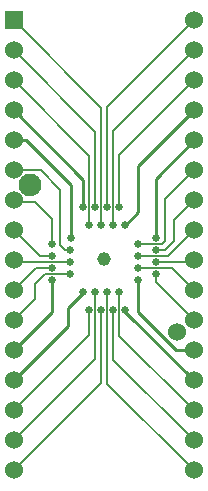
<source format=gbr>
G04 start of page 2 for group 0 idx 0 *
G04 Title: (unknown), top *
G04 Creator: pcb 1.99z *
G04 CreationDate: Fri Sep 27 15:24:46 2013 UTC *
G04 For: tim *
G04 Format: Gerber/RS-274X *
G04 PCB-Dimensions (mil): 810.00 1660.00 *
G04 PCB-Coordinate-Origin: lower left *
%MOIN*%
%FSLAX25Y25*%
%LNTOP*%
%ADD22C,0.0500*%
%ADD21C,0.0360*%
%ADD20C,0.0080*%
%ADD19C,0.0380*%
%ADD18C,0.0660*%
%ADD17C,0.0460*%
%ADD16C,0.0260*%
%ADD15C,0.0600*%
%ADD14C,0.0001*%
%ADD13C,0.0760*%
%ADD12C,0.0100*%
%ADD11C,0.0060*%
G54D11*X42100Y64800D02*Y34400D01*
X71000Y5500D01*
X44100Y42400D02*X71000Y15500D01*
X46100Y64800D02*Y50400D01*
X44100Y58800D02*Y42400D01*
X46100Y50400D02*X71000Y25500D01*
G54D12*X48100Y58800D02*Y58400D01*
X71000Y35500D01*
X52200Y58300D02*X65000Y45500D01*
X71000D01*
X23800Y68900D02*Y58300D01*
G54D11*X21400Y70900D02*X18000Y67500D01*
Y62500D01*
X11000Y55500D01*
X23800Y76800D02*X19700D01*
X26500Y80500D02*Y99000D01*
X11600Y74900D02*X11000Y75500D01*
X23800Y72900D02*X18400D01*
X11000Y65500D01*
X29800Y70900D02*X21400D01*
G54D12*X34100Y65100D02*Y64600D01*
X29000Y59500D01*
G54D11*X52200Y72900D02*X63600D01*
X52200Y76900D02*X62400D01*
X58200Y70900D02*Y68300D01*
X52200Y80900D02*X60400D01*
G54D12*X58200Y82900D02*Y102700D01*
G54D11*Y68300D02*X71000Y55500D01*
G54D12*X52200Y68900D02*Y58300D01*
G54D11*X63600Y72900D02*X71000Y65500D01*
X58200Y74900D02*X70400D01*
X71000Y75500D01*
X64500Y82000D02*Y89000D01*
X61500Y82000D02*Y96000D01*
X62400Y76900D02*X71000Y85500D01*
X58200Y78900D02*X61400D01*
X64500Y82000D01*
X60400Y80900D02*X61500Y82000D01*
G54D12*X23800Y58300D02*X11000Y45500D01*
G54D11*X36100Y58800D02*Y50600D01*
X11000Y25500D01*
G54D12*X29000Y53500D02*X11000Y35500D01*
X29000Y59500D02*Y53500D01*
G54D11*X38100Y64800D02*Y42600D01*
X11000Y15500D01*
X40100Y58800D02*Y34600D01*
X11000Y5500D01*
X40100Y126400D02*X11000Y155500D01*
X36100Y110400D02*X11000Y135500D01*
X44100Y118600D02*X71000Y145500D01*
X38100Y118400D02*X11000Y145500D01*
X42100Y126600D02*X71000Y155500D01*
X46100Y110600D02*X71000Y135500D01*
G54D12*X58200Y102700D02*X71000Y115500D01*
X52500Y107000D02*X71000Y125500D01*
G54D11*X20000Y105500D02*X11000D01*
G54D12*X48100Y87200D02*X48200D01*
X52500Y91500D01*
Y107000D01*
G54D11*X64500Y89000D02*X71000Y95500D01*
X61500Y96000D02*X71000Y105500D01*
G54D12*X34100Y102400D02*X11000Y125500D01*
X29900Y100600D02*X15000Y115500D01*
X11000D01*
G54D11*X26500Y99000D02*X20000Y105500D01*
G54D12*X34100Y93200D02*Y102400D01*
X29900Y82900D02*Y100600D01*
G54D11*X29800Y78900D02*X28100D01*
X26500Y80500D01*
X23800Y80900D02*Y89200D01*
X18000Y95000D01*
X11500D01*
X11000Y95500D01*
X19700Y76800D02*X11000Y85500D01*
X29800Y74900D02*X11600D01*
X40100Y87200D02*Y126400D01*
X36100Y87200D02*Y110400D01*
X44100Y87200D02*Y118600D01*
X38100Y93200D02*Y118400D01*
X42100Y93200D02*Y126600D01*
X46100Y93200D02*Y110600D01*
G54D13*X16500Y100500D03*
G54D14*G36*
X8000Y158500D02*Y152500D01*
X14000D01*
Y158500D01*
X8000D01*
G37*
G54D15*X11000Y145500D03*
Y135500D03*
Y125500D03*
Y115500D03*
Y105500D03*
Y95500D03*
Y85500D03*
X71000D03*
Y95500D03*
Y105500D03*
Y115500D03*
Y125500D03*
Y135500D03*
Y145500D03*
Y155500D03*
G54D16*X52200Y68900D03*
Y72900D03*
X58200Y70900D03*
Y74900D03*
Y78900D03*
Y82900D03*
X52200Y80900D03*
Y76900D03*
X29800Y78900D03*
X29900Y82900D03*
X23800Y80900D03*
Y76800D03*
X29800Y70900D03*
Y74900D03*
X23800Y72900D03*
Y68900D03*
X48100Y58800D03*
X44100D03*
X46100Y64800D03*
X40100Y58800D03*
X36100D03*
X42100Y64800D03*
X38100D03*
G54D17*X41000Y76000D03*
G54D16*X34100Y64800D03*
X48100Y87200D03*
X44100D03*
X46100Y93200D03*
X36100Y87200D03*
X40100D03*
X42100Y93200D03*
X38100D03*
X34100D03*
G54D15*X11000Y75500D03*
Y65500D03*
Y55500D03*
Y45500D03*
Y35500D03*
Y25500D03*
Y15500D03*
Y5500D03*
X65500Y51500D03*
X71000Y5500D03*
Y15500D03*
Y25500D03*
Y35500D03*
Y45500D03*
Y55500D03*
Y65500D03*
Y75500D03*
G54D18*G54D19*G54D20*G54D21*G54D20*G54D19*G54D22*G54D19*M02*

</source>
